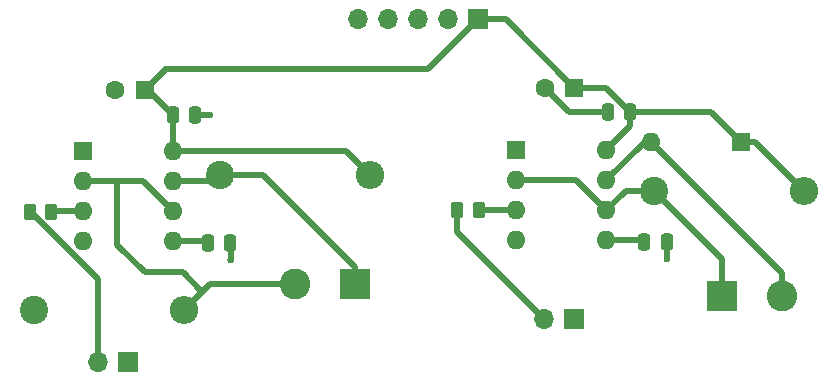
<source format=gbr>
%TF.GenerationSoftware,KiCad,Pcbnew,8.0.6*%
%TF.CreationDate,2024-10-18T13:49:23-03:00*%
%TF.ProjectId,Arduino-inductance-meter,41726475-696e-46f2-9d69-6e6475637461,rev?*%
%TF.SameCoordinates,Original*%
%TF.FileFunction,Copper,L1,Top*%
%TF.FilePolarity,Positive*%
%FSLAX46Y46*%
G04 Gerber Fmt 4.6, Leading zero omitted, Abs format (unit mm)*
G04 Created by KiCad (PCBNEW 8.0.6) date 2024-10-18 13:49:23*
%MOMM*%
%LPD*%
G01*
G04 APERTURE LIST*
G04 Aperture macros list*
%AMRoundRect*
0 Rectangle with rounded corners*
0 $1 Rounding radius*
0 $2 $3 $4 $5 $6 $7 $8 $9 X,Y pos of 4 corners*
0 Add a 4 corners polygon primitive as box body*
4,1,4,$2,$3,$4,$5,$6,$7,$8,$9,$2,$3,0*
0 Add four circle primitives for the rounded corners*
1,1,$1+$1,$2,$3*
1,1,$1+$1,$4,$5*
1,1,$1+$1,$6,$7*
1,1,$1+$1,$8,$9*
0 Add four rect primitives between the rounded corners*
20,1,$1+$1,$2,$3,$4,$5,0*
20,1,$1+$1,$4,$5,$6,$7,0*
20,1,$1+$1,$6,$7,$8,$9,0*
20,1,$1+$1,$8,$9,$2,$3,0*%
G04 Aperture macros list end*
%TA.AperFunction,ComponentPad*%
%ADD10R,1.600000X1.600000*%
%TD*%
%TA.AperFunction,ComponentPad*%
%ADD11O,1.600000X1.600000*%
%TD*%
%TA.AperFunction,ComponentPad*%
%ADD12C,2.400000*%
%TD*%
%TA.AperFunction,ComponentPad*%
%ADD13O,2.400000X2.400000*%
%TD*%
%TA.AperFunction,SMDPad,CuDef*%
%ADD14RoundRect,0.250000X0.250000X0.475000X-0.250000X0.475000X-0.250000X-0.475000X0.250000X-0.475000X0*%
%TD*%
%TA.AperFunction,ComponentPad*%
%ADD15R,1.700000X1.700000*%
%TD*%
%TA.AperFunction,ComponentPad*%
%ADD16O,1.700000X1.700000*%
%TD*%
%TA.AperFunction,SMDPad,CuDef*%
%ADD17RoundRect,0.250000X-0.250000X-0.475000X0.250000X-0.475000X0.250000X0.475000X-0.250000X0.475000X0*%
%TD*%
%TA.AperFunction,SMDPad,CuDef*%
%ADD18RoundRect,0.250000X0.262500X0.450000X-0.262500X0.450000X-0.262500X-0.450000X0.262500X-0.450000X0*%
%TD*%
%TA.AperFunction,ComponentPad*%
%ADD19C,1.600000*%
%TD*%
%TA.AperFunction,ComponentPad*%
%ADD20R,2.600000X2.600000*%
%TD*%
%TA.AperFunction,ComponentPad*%
%ADD21C,2.600000*%
%TD*%
%TA.AperFunction,ViaPad*%
%ADD22C,0.600000*%
%TD*%
%TA.AperFunction,Conductor*%
%ADD23C,0.500000*%
%TD*%
G04 APERTURE END LIST*
D10*
%TO.P,U2,1,GND*%
%TO.N,GND*%
X156580000Y-58050000D03*
D11*
%TO.P,U2,2,TR*%
%TO.N,TwoSix2*%
X156580000Y-60590000D03*
%TO.P,U2,3,Q*%
%TO.N,Net-(U2-Q)*%
X156580000Y-63130000D03*
%TO.P,U2,4,R*%
%TO.N,5VUSB*%
X156580000Y-65670000D03*
%TO.P,U2,5,CV*%
%TO.N,Net-(U2-CV)*%
X164200000Y-65670000D03*
%TO.P,U2,6,THR*%
%TO.N,TwoSix2*%
X164200000Y-63130000D03*
%TO.P,U2,7,DIS*%
%TO.N,Seven2*%
X164200000Y-60590000D03*
%TO.P,U2,8,VCC*%
%TO.N,5VUSB*%
X164200000Y-58050000D03*
%TD*%
D12*
%TO.P,R2,1*%
%TO.N,TwoSix2*%
X168200000Y-61500000D03*
D13*
%TO.P,R2,2*%
%TO.N,5VUSB*%
X180900000Y-61500000D03*
%TD*%
D14*
%TO.P,C4,1*%
%TO.N,GND*%
X169300000Y-65850000D03*
%TO.P,C4,2*%
%TO.N,Net-(U2-CV)*%
X167400000Y-65850000D03*
%TD*%
D15*
%TO.P,J5,1,Pin_1*%
%TO.N,GND*%
X161475000Y-72380000D03*
D16*
%TO.P,J5,2,Pin_2*%
%TO.N,Net-(J5-Pin_2)*%
X158935000Y-72380000D03*
%TD*%
D17*
%TO.P,C5,1*%
%TO.N,GND*%
X164300000Y-54850000D03*
%TO.P,C5,2*%
%TO.N,5VUSB*%
X166200000Y-54850000D03*
%TD*%
D18*
%TO.P,R1,1*%
%TO.N,Net-(U1-Q)*%
X117212500Y-63300000D03*
%TO.P,R1,2*%
%TO.N,Net-(J2-Pin_2)*%
X115387500Y-63300000D03*
%TD*%
D10*
%TO.P,C6,1*%
%TO.N,5VUSB*%
X161500000Y-52800000D03*
D19*
%TO.P,C6,2*%
%TO.N,GND*%
X159000000Y-52800000D03*
%TD*%
D10*
%TO.P,C3,1*%
%TO.N,5VUSB*%
X125100000Y-53000000D03*
D19*
%TO.P,C3,2*%
%TO.N,GND*%
X122600000Y-53000000D03*
%TD*%
D18*
%TO.P,R5,1*%
%TO.N,Net-(U2-Q)*%
X153412500Y-63150000D03*
%TO.P,R5,2*%
%TO.N,Net-(J5-Pin_2)*%
X151587500Y-63150000D03*
%TD*%
D20*
%TO.P,J3,1,Pin_1*%
%TO.N,Seven*%
X142945000Y-69400000D03*
D21*
%TO.P,J3,2,Pin_2*%
%TO.N,TwoSix*%
X137865000Y-69400000D03*
%TD*%
D14*
%TO.P,C1,1*%
%TO.N,GND*%
X132350000Y-65900000D03*
%TO.P,C1,2*%
%TO.N,Net-(U1-CV)*%
X130450000Y-65900000D03*
%TD*%
%TO.P,C2,1*%
%TO.N,GND*%
X129400000Y-55100000D03*
%TO.P,C2,2*%
%TO.N,5VUSB*%
X127500000Y-55100000D03*
%TD*%
D10*
%TO.P,U1,1,GND*%
%TO.N,GND*%
X119880000Y-58180000D03*
D11*
%TO.P,U1,2,TR*%
%TO.N,TwoSix*%
X119880000Y-60720000D03*
%TO.P,U1,3,Q*%
%TO.N,Net-(U1-Q)*%
X119880000Y-63260000D03*
%TO.P,U1,4,R*%
%TO.N,5VUSB*%
X119880000Y-65800000D03*
%TO.P,U1,5,CV*%
%TO.N,Net-(U1-CV)*%
X127500000Y-65800000D03*
%TO.P,U1,6,THR*%
%TO.N,TwoSix*%
X127500000Y-63260000D03*
%TO.P,U1,7,DIS*%
%TO.N,Seven*%
X127500000Y-60720000D03*
%TO.P,U1,8,VCC*%
%TO.N,5VUSB*%
X127500000Y-58180000D03*
%TD*%
D20*
%TO.P,J4,1,Pin_1*%
%TO.N,TwoSix2*%
X174005000Y-70450000D03*
D21*
%TO.P,J4,2,Pin_2*%
%TO.N,Seven2*%
X179085000Y-70450000D03*
%TD*%
D15*
%TO.P,J2,1,Pin_1*%
%TO.N,GND*%
X123725000Y-76000000D03*
D16*
%TO.P,J2,2,Pin_2*%
%TO.N,Net-(J2-Pin_2)*%
X121185000Y-76000000D03*
%TD*%
D15*
%TO.P,J1,1,Pin_1*%
%TO.N,5VUSB*%
X153340000Y-47000000D03*
D16*
%TO.P,J1,2,Pin_2*%
%TO.N,unconnected-(J1-Pin_2-Pad2)*%
X150800000Y-47000000D03*
%TO.P,J1,3,Pin_3*%
%TO.N,unconnected-(J1-Pin_3-Pad3)*%
X148260000Y-47000000D03*
%TO.P,J1,4,Pin_4*%
%TO.N,unconnected-(J1-Pin_4-Pad4)*%
X145720000Y-47000000D03*
%TO.P,J1,5,Pin_5*%
%TO.N,GND*%
X143180000Y-47000000D03*
%TD*%
D10*
%TO.P,D1,1,K*%
%TO.N,5VUSB*%
X175560000Y-57350000D03*
D11*
%TO.P,D1,2,A*%
%TO.N,Seven2*%
X167940000Y-57350000D03*
%TD*%
D12*
%TO.P,R3,1*%
%TO.N,Seven*%
X131500000Y-60200000D03*
D13*
%TO.P,R3,2*%
%TO.N,5VUSB*%
X144200000Y-60200000D03*
%TD*%
D12*
%TO.P,R4,1*%
%TO.N,GND*%
X115750000Y-71600000D03*
D13*
%TO.P,R4,2*%
%TO.N,TwoSix*%
X128450000Y-71600000D03*
%TD*%
D22*
%TO.N,GND*%
X130650000Y-55100000D03*
X169300000Y-67250000D03*
X132400000Y-67400000D03*
%TD*%
D23*
%TO.N,Net-(U1-CV)*%
X130350000Y-65800000D02*
X130450000Y-65900000D01*
X127500000Y-65800000D02*
X130350000Y-65800000D01*
%TO.N,GND*%
X164300000Y-54850000D02*
X161050000Y-54850000D01*
X169300000Y-67250000D02*
X169300000Y-67300000D01*
X132400000Y-67400000D02*
X132350000Y-67400000D01*
X130650000Y-55100000D02*
X130600000Y-55100000D01*
X129400000Y-55100000D02*
X130650000Y-55100000D01*
X169300000Y-65850000D02*
X169300000Y-67250000D01*
X132350000Y-65900000D02*
X132400000Y-67400000D01*
X161050000Y-54850000D02*
X159000000Y-52800000D01*
%TO.N,5VUSB*%
X142180000Y-58180000D02*
X127500000Y-58180000D01*
X173060000Y-54850000D02*
X175560000Y-57350000D01*
X166200000Y-54850000D02*
X166200000Y-56050000D01*
X125100000Y-53000000D02*
X125400000Y-53000000D01*
X166200000Y-54850000D02*
X173060000Y-54850000D01*
X149140000Y-51200000D02*
X126850000Y-51200000D01*
X144200000Y-60200000D02*
X142180000Y-58180000D01*
X166200000Y-56050000D02*
X164200000Y-58050000D01*
X153340000Y-47000000D02*
X149140000Y-51200000D01*
X155700000Y-47000000D02*
X161500000Y-52800000D01*
X176750000Y-57350000D02*
X180900000Y-61500000D01*
X153340000Y-47000000D02*
X155700000Y-47000000D01*
X126850000Y-51250000D02*
X125100000Y-53000000D01*
X164150000Y-52800000D02*
X166200000Y-54850000D01*
X126850000Y-51200000D02*
X126850000Y-51250000D01*
X127500000Y-58180000D02*
X127500000Y-55100000D01*
X161500000Y-52800000D02*
X164150000Y-52800000D01*
X125400000Y-53000000D02*
X127500000Y-55100000D01*
X175560000Y-57350000D02*
X176750000Y-57350000D01*
%TO.N,Net-(U2-CV)*%
X167220000Y-65670000D02*
X167400000Y-65850000D01*
X164200000Y-65670000D02*
X167220000Y-65670000D01*
%TO.N,Seven*%
X131500000Y-60200000D02*
X135150000Y-60200000D01*
X127500000Y-60720000D02*
X130980000Y-60720000D01*
X130980000Y-60720000D02*
X131500000Y-60200000D01*
X135150000Y-60200000D02*
X142945000Y-67995000D01*
X142945000Y-67995000D02*
X142945000Y-69400000D01*
%TO.N,Net-(J2-Pin_2)*%
X121185000Y-76000000D02*
X121185000Y-68981878D01*
X121185000Y-68981878D02*
X115503122Y-63300000D01*
X115503122Y-63300000D02*
X115387500Y-63300000D01*
%TO.N,TwoSix*%
X119880000Y-60720000D02*
X122800000Y-60720000D01*
X122800000Y-66100000D02*
X122800000Y-60720000D01*
X129891116Y-70158884D02*
X129891116Y-69958884D01*
X128450000Y-71600000D02*
X129891116Y-70158884D01*
X128332233Y-68400000D02*
X125100000Y-68400000D01*
X130650000Y-69400000D02*
X128450000Y-71600000D01*
X125100000Y-68400000D02*
X122800000Y-66100000D01*
X137865000Y-69400000D02*
X130650000Y-69400000D01*
X124960000Y-60720000D02*
X127500000Y-63260000D01*
X129891116Y-69958884D02*
X128332233Y-68400000D01*
X122800000Y-60720000D02*
X124960000Y-60720000D01*
%TO.N,Net-(J5-Pin_2)*%
X151587500Y-63150000D02*
X151587500Y-65032500D01*
X151587500Y-65032500D02*
X158935000Y-72380000D01*
%TO.N,Net-(U1-Q)*%
X117252500Y-63260000D02*
X117212500Y-63300000D01*
X119880000Y-63260000D02*
X117252500Y-63260000D01*
%TO.N,Net-(U2-Q)*%
X156580000Y-63130000D02*
X153432500Y-63130000D01*
X153432500Y-63130000D02*
X153412500Y-63150000D01*
%TO.N,Seven2*%
X179085000Y-70450000D02*
X179085000Y-68495000D01*
X179085000Y-68495000D02*
X167940000Y-57350000D01*
X167440000Y-57350000D02*
X167940000Y-57350000D01*
X164200000Y-60590000D02*
X167440000Y-57350000D01*
%TO.N,TwoSix2*%
X161660000Y-60590000D02*
X164200000Y-63130000D01*
X159750000Y-60640000D02*
X159700000Y-60590000D01*
X156580000Y-60590000D02*
X159700000Y-60590000D01*
X174005000Y-70450000D02*
X174005000Y-67305000D01*
X165830000Y-61500000D02*
X164200000Y-63130000D01*
X168200000Y-61500000D02*
X165830000Y-61500000D01*
X159700000Y-60590000D02*
X161660000Y-60590000D01*
X174005000Y-67305000D02*
X168200000Y-61500000D01*
%TD*%
M02*

</source>
